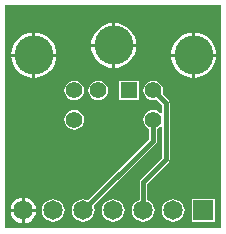
<source format=gbl>
G04*
G04 #@! TF.GenerationSoftware,Altium Limited,Altium Designer,20.1.14 (287)*
G04*
G04 Layer_Physical_Order=2*
G04 Layer_Color=16711680*
%FSLAX24Y24*%
%MOIN*%
G70*
G04*
G04 #@! TF.SameCoordinates,2A1C6D17-A087-48F9-B170-56E9D240733E*
G04*
G04*
G04 #@! TF.FilePolarity,Positive*
G04*
G01*
G75*
%ADD16C,0.0150*%
%ADD17C,0.1302*%
%ADD18R,0.0550X0.0550*%
%ADD19C,0.0550*%
%ADD20R,0.0650X0.0650*%
%ADD21C,0.0650*%
%ADD22C,0.0300*%
G36*
X597Y6847D02*
X597Y-597D01*
X-6597Y-597D01*
X-6597Y6847D01*
X597Y6847D01*
D02*
G37*
%LPC*%
G36*
X-2938Y6249D02*
Y5550D01*
X-2239D01*
X-2248Y5647D01*
X-2291Y5789D01*
X-2361Y5919D01*
X-2455Y6033D01*
X-2569Y6127D01*
X-2699Y6197D01*
X-2841Y6240D01*
X-2938Y6249D01*
D02*
G37*
G36*
X-3038D02*
X-3135Y6240D01*
X-3277Y6197D01*
X-3407Y6127D01*
X-3522Y6033D01*
X-3615Y5919D01*
X-3685Y5789D01*
X-3728Y5647D01*
X-3738Y5550D01*
X-3038D01*
Y6249D01*
D02*
G37*
G36*
X-277Y5931D02*
Y5231D01*
X423D01*
X413Y5328D01*
X370Y5470D01*
X301Y5600D01*
X207Y5715D01*
X92Y5808D01*
X-38Y5878D01*
X-180Y5921D01*
X-277Y5931D01*
D02*
G37*
G36*
X-377D02*
X-474Y5921D01*
X-615Y5878D01*
X-746Y5808D01*
X-860Y5715D01*
X-954Y5600D01*
X-1024Y5470D01*
X-1067Y5328D01*
X-1076Y5231D01*
X-377D01*
Y5931D01*
D02*
G37*
G36*
X-5600D02*
Y5231D01*
X-4900D01*
X-4910Y5328D01*
X-4953Y5470D01*
X-5022Y5600D01*
X-5116Y5715D01*
X-5230Y5808D01*
X-5361Y5878D01*
X-5502Y5921D01*
X-5600Y5931D01*
D02*
G37*
G36*
X-5700D02*
X-5797Y5921D01*
X-5938Y5878D01*
X-6069Y5808D01*
X-6183Y5715D01*
X-6277Y5600D01*
X-6347Y5470D01*
X-6390Y5328D01*
X-6399Y5231D01*
X-5700D01*
Y5931D01*
D02*
G37*
G36*
X-2239Y5450D02*
X-2938D01*
Y4751D01*
X-2841Y4760D01*
X-2699Y4803D01*
X-2569Y4873D01*
X-2455Y4967D01*
X-2361Y5081D01*
X-2291Y5211D01*
X-2248Y5353D01*
X-2239Y5450D01*
D02*
G37*
G36*
X-3038D02*
X-3738D01*
X-3728Y5353D01*
X-3685Y5211D01*
X-3615Y5081D01*
X-3522Y4967D01*
X-3407Y4873D01*
X-3277Y4803D01*
X-3135Y4760D01*
X-3038Y4751D01*
Y5450D01*
D02*
G37*
G36*
X423Y5131D02*
X-277D01*
Y4432D01*
X-180Y4441D01*
X-38Y4484D01*
X92Y4554D01*
X207Y4648D01*
X301Y4762D01*
X370Y4892D01*
X413Y5034D01*
X423Y5131D01*
D02*
G37*
G36*
X-377D02*
X-1076D01*
X-1067Y5034D01*
X-1024Y4892D01*
X-954Y4762D01*
X-860Y4648D01*
X-746Y4554D01*
X-615Y4484D01*
X-474Y4441D01*
X-377Y4432D01*
Y5131D01*
D02*
G37*
G36*
X-4900D02*
X-5600D01*
Y4432D01*
X-5502Y4441D01*
X-5361Y4484D01*
X-5230Y4554D01*
X-5116Y4648D01*
X-5022Y4762D01*
X-4953Y4892D01*
X-4910Y5034D01*
X-4900Y5131D01*
D02*
G37*
G36*
X-5700D02*
X-6399D01*
X-6390Y5034D01*
X-6347Y4892D01*
X-6277Y4762D01*
X-6183Y4648D01*
X-6069Y4554D01*
X-5938Y4484D01*
X-5797Y4441D01*
X-5700Y4432D01*
Y5131D01*
D02*
G37*
G36*
X-2151Y4325D02*
X-2802D01*
Y3675D01*
X-2151D01*
Y4325D01*
D02*
G37*
G36*
X-3500Y4328D02*
X-3585Y4317D01*
X-3664Y4284D01*
X-3732Y4232D01*
X-3784Y4164D01*
X-3817Y4085D01*
X-3828Y4000D01*
X-3817Y3915D01*
X-3784Y3836D01*
X-3732Y3768D01*
X-3664Y3716D01*
X-3585Y3683D01*
X-3500Y3672D01*
X-3415Y3683D01*
X-3336Y3716D01*
X-3268Y3768D01*
X-3216Y3836D01*
X-3183Y3915D01*
X-3172Y4000D01*
X-3183Y4085D01*
X-3216Y4164D01*
X-3268Y4232D01*
X-3336Y4284D01*
X-3415Y4317D01*
X-3500Y4328D01*
D02*
G37*
G36*
X-4307D02*
X-4392Y4317D01*
X-4471Y4284D01*
X-4539Y4232D01*
X-4591Y4164D01*
X-4624Y4085D01*
X-4635Y4000D01*
X-4624Y3915D01*
X-4591Y3836D01*
X-4539Y3768D01*
X-4471Y3716D01*
X-4392Y3683D01*
X-4307Y3672D01*
X-4222Y3683D01*
X-4143Y3716D01*
X-4075Y3768D01*
X-4023Y3836D01*
X-3990Y3915D01*
X-3979Y4000D01*
X-3990Y4085D01*
X-4023Y4164D01*
X-4075Y4232D01*
X-4143Y4284D01*
X-4222Y4317D01*
X-4307Y4328D01*
D02*
G37*
G36*
X-1669D02*
X-1754Y4317D01*
X-1833Y4284D01*
X-1901Y4232D01*
X-1953Y4164D01*
X-1986Y4085D01*
X-1997Y4000D01*
X-1986Y3915D01*
X-1953Y3836D01*
X-1901Y3768D01*
X-1833Y3716D01*
X-1754Y3683D01*
X-1669Y3672D01*
X-1584Y3683D01*
X-1548Y3698D01*
X-1377Y3528D01*
Y3256D01*
X-1427Y3239D01*
X-1437Y3252D01*
X-1505Y3304D01*
X-1584Y3337D01*
X-1669Y3348D01*
X-1754Y3337D01*
X-1833Y3304D01*
X-1901Y3252D01*
X-1953Y3184D01*
X-1986Y3105D01*
X-1997Y3020D01*
X-1986Y2935D01*
X-1953Y2856D01*
X-1901Y2788D01*
X-1833Y2736D01*
X-1797Y2720D01*
Y2384D01*
X-3840Y340D01*
X-3902Y365D01*
X-4000Y378D01*
X-4098Y365D01*
X-4189Y328D01*
X-4267Y267D01*
X-4328Y189D01*
X-4365Y98D01*
X-4378Y0D01*
X-4365Y-98D01*
X-4328Y-189D01*
X-4267Y-267D01*
X-4189Y-328D01*
X-4098Y-365D01*
X-4000Y-378D01*
X-3902Y-365D01*
X-3811Y-328D01*
X-3733Y-267D01*
X-3672Y-189D01*
X-3635Y-98D01*
X-3622Y0D01*
X-3635Y98D01*
X-3660Y160D01*
X-1579Y2241D01*
X-1552Y2282D01*
X-1542Y2331D01*
Y2720D01*
X-1505Y2736D01*
X-1437Y2788D01*
X-1427Y2801D01*
X-1377Y2784D01*
Y1753D01*
X-2090Y1040D01*
X-2118Y999D01*
X-2127Y950D01*
Y353D01*
X-2189Y328D01*
X-2267Y267D01*
X-2328Y189D01*
X-2365Y98D01*
X-2378Y0D01*
X-2365Y-98D01*
X-2328Y-189D01*
X-2267Y-267D01*
X-2189Y-328D01*
X-2098Y-365D01*
X-2000Y-378D01*
X-1902Y-365D01*
X-1811Y-328D01*
X-1733Y-267D01*
X-1672Y-189D01*
X-1635Y-98D01*
X-1622Y0D01*
X-1635Y98D01*
X-1672Y189D01*
X-1733Y267D01*
X-1811Y328D01*
X-1873Y353D01*
Y897D01*
X-1160Y1610D01*
X-1132Y1651D01*
X-1123Y1700D01*
Y3581D01*
X-1132Y3629D01*
X-1160Y3671D01*
X-1368Y3879D01*
X-1352Y3915D01*
X-1341Y4000D01*
X-1352Y4085D01*
X-1385Y4164D01*
X-1437Y4232D01*
X-1505Y4284D01*
X-1584Y4317D01*
X-1669Y4328D01*
D02*
G37*
G36*
X-4307Y3348D02*
X-4392Y3337D01*
X-4471Y3304D01*
X-4539Y3252D01*
X-4591Y3184D01*
X-4624Y3105D01*
X-4635Y3020D01*
X-4624Y2935D01*
X-4591Y2856D01*
X-4539Y2788D01*
X-4471Y2736D01*
X-4392Y2703D01*
X-4307Y2692D01*
X-4222Y2703D01*
X-4143Y2736D01*
X-4075Y2788D01*
X-4023Y2856D01*
X-3990Y2935D01*
X-3979Y3020D01*
X-3990Y3105D01*
X-4023Y3184D01*
X-4075Y3252D01*
X-4143Y3304D01*
X-4222Y3337D01*
X-4307Y3348D01*
D02*
G37*
G36*
X-5950Y422D02*
Y50D01*
X-5578D01*
X-5586Y111D01*
X-5629Y214D01*
X-5697Y303D01*
X-5786Y371D01*
X-5889Y414D01*
X-5950Y422D01*
D02*
G37*
G36*
X-6050D02*
X-6111Y414D01*
X-6214Y371D01*
X-6303Y303D01*
X-6371Y214D01*
X-6414Y111D01*
X-6422Y50D01*
X-6050D01*
Y422D01*
D02*
G37*
G36*
X375Y375D02*
X-375D01*
Y-375D01*
X375D01*
Y375D01*
D02*
G37*
G36*
X-1000Y378D02*
X-1098Y365D01*
X-1189Y328D01*
X-1267Y267D01*
X-1328Y189D01*
X-1365Y98D01*
X-1378Y0D01*
X-1365Y-98D01*
X-1328Y-189D01*
X-1267Y-267D01*
X-1189Y-328D01*
X-1098Y-365D01*
X-1000Y-378D01*
X-902Y-365D01*
X-811Y-328D01*
X-733Y-267D01*
X-672Y-189D01*
X-635Y-98D01*
X-622Y0D01*
X-635Y98D01*
X-672Y189D01*
X-733Y267D01*
X-811Y328D01*
X-902Y365D01*
X-1000Y378D01*
D02*
G37*
G36*
X-3000D02*
X-3098Y365D01*
X-3189Y328D01*
X-3267Y267D01*
X-3328Y189D01*
X-3365Y98D01*
X-3378Y0D01*
X-3365Y-98D01*
X-3328Y-189D01*
X-3267Y-267D01*
X-3189Y-328D01*
X-3098Y-365D01*
X-3000Y-378D01*
X-2902Y-365D01*
X-2811Y-328D01*
X-2733Y-267D01*
X-2672Y-189D01*
X-2635Y-98D01*
X-2622Y0D01*
X-2635Y98D01*
X-2672Y189D01*
X-2733Y267D01*
X-2811Y328D01*
X-2902Y365D01*
X-3000Y378D01*
D02*
G37*
G36*
X-5000D02*
X-5098Y365D01*
X-5189Y328D01*
X-5267Y267D01*
X-5328Y189D01*
X-5365Y98D01*
X-5378Y0D01*
X-5365Y-98D01*
X-5328Y-189D01*
X-5267Y-267D01*
X-5189Y-328D01*
X-5098Y-365D01*
X-5000Y-378D01*
X-4902Y-365D01*
X-4811Y-328D01*
X-4733Y-267D01*
X-4672Y-189D01*
X-4635Y-98D01*
X-4622Y0D01*
X-4635Y98D01*
X-4672Y189D01*
X-4733Y267D01*
X-4811Y328D01*
X-4902Y365D01*
X-5000Y378D01*
D02*
G37*
G36*
X-5578Y-50D02*
X-5950D01*
Y-422D01*
X-5889Y-414D01*
X-5786Y-371D01*
X-5697Y-303D01*
X-5629Y-214D01*
X-5586Y-111D01*
X-5578Y-50D01*
D02*
G37*
G36*
X-6050D02*
X-6422D01*
X-6414Y-111D01*
X-6371Y-214D01*
X-6303Y-303D01*
X-6214Y-371D01*
X-6111Y-414D01*
X-6050Y-422D01*
Y-50D01*
D02*
G37*
%LPD*%
D16*
X-1669Y4000D02*
X-1250Y3581D01*
X-2000Y950D02*
X-1250Y1700D01*
X-2000Y0D02*
Y950D01*
X-4000Y0D02*
X-1669Y2331D01*
Y3020D01*
X-1250Y1700D02*
Y3581D01*
D17*
X-2988Y5500D02*
D03*
X-5650Y5181D02*
D03*
X-327D02*
D03*
D18*
X-2476Y4000D02*
D03*
D19*
X-3500D02*
D03*
X-1669D02*
D03*
X-4307D02*
D03*
X-1669Y3020D02*
D03*
X-4307D02*
D03*
D20*
X0Y0D02*
D03*
D21*
X-1000D02*
D03*
X-2000D02*
D03*
X-3000D02*
D03*
X-4000D02*
D03*
X-5000D02*
D03*
X-6000D02*
D03*
D22*
X-4470Y1780D02*
D03*
X-2500Y850D02*
D03*
M02*

</source>
